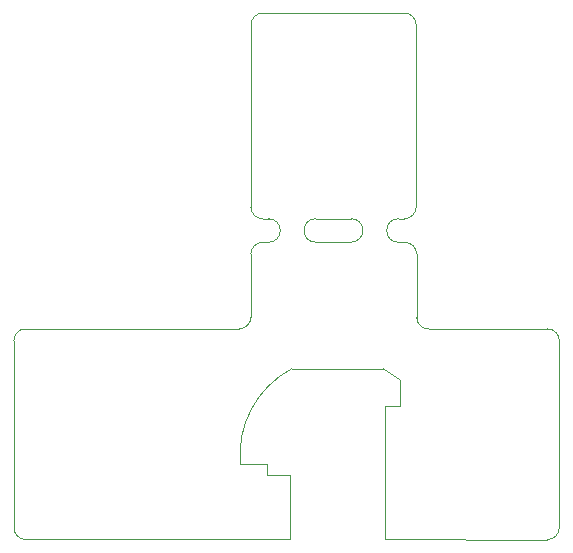
<source format=gm1>
%TF.GenerationSoftware,KiCad,Pcbnew,(6.0.6-0)*%
%TF.CreationDate,2022-07-01T09:40:15+02:00*%
%TF.ProjectId,leo_headphones,6c656f5f-6865-4616-9470-686f6e65732e,rev?*%
%TF.SameCoordinates,Original*%
%TF.FileFunction,Profile,NP*%
%FSLAX46Y46*%
G04 Gerber Fmt 4.6, Leading zero omitted, Abs format (unit mm)*
G04 Created by KiCad (PCBNEW (6.0.6-0)) date 2022-07-01 09:40:15*
%MOMM*%
%LPD*%
G01*
G04 APERTURE LIST*
%TA.AperFunction,Profile*%
%ADD10C,0.050000*%
%TD*%
G04 APERTURE END LIST*
D10*
X148229320Y-116301520D02*
X145965922Y-116296169D01*
X148229320Y-117236240D02*
X148229320Y-116301520D01*
X158242000Y-111328200D02*
X159435800Y-111328200D01*
X160889968Y-103870001D02*
G75*
G03*
X161890000Y-104835534I982832J17301D01*
G01*
X146852893Y-103822893D02*
X146849307Y-98492307D01*
X159350300Y-95501102D02*
G75*
G03*
X159350300Y-97501298I0J-1000098D01*
G01*
X159435800Y-111328200D02*
X159435799Y-109118401D01*
X152350300Y-97491449D02*
X155331972Y-97491200D01*
X148340000Y-97501050D02*
X147809991Y-97501050D01*
X147809989Y-97500995D02*
G75*
G03*
X146849307Y-98492307I31111J-991305D01*
G01*
X158242000Y-122660000D02*
X158242000Y-111328200D01*
X171962900Y-122662900D02*
G75*
G03*
X172962900Y-121662901I0J1000000D01*
G01*
X160847500Y-79091600D02*
G75*
G03*
X159847500Y-78091600I-1000000J0D01*
G01*
X126789930Y-121690140D02*
G75*
G03*
X127789936Y-122655674I982870J17340D01*
G01*
X148340000Y-97501090D02*
G75*
G03*
X148350300Y-95502860I10000J999090D01*
G01*
X127751103Y-104828950D02*
X145852893Y-104828950D01*
X159890000Y-97501200D02*
X159350300Y-97501298D01*
X171962900Y-122662901D02*
X158242000Y-122660000D01*
X148229320Y-117236240D02*
X150139400Y-117236240D01*
X147857500Y-78091600D02*
X159847500Y-78091600D01*
X150310000Y-108200000D02*
X158060000Y-108200000D01*
X150310001Y-108200000D02*
G75*
G03*
X145965922Y-116296169I3869999J-7290000D01*
G01*
X160890000Y-98501200D02*
X160890000Y-103870000D01*
X150139400Y-117236240D02*
X150139400Y-122651520D01*
X159435794Y-109118407D02*
G75*
G03*
X158060000Y-108200000I-5239894J-6359793D01*
G01*
X152350300Y-95491351D02*
X155337572Y-95491351D01*
X159844700Y-95501200D02*
G75*
G03*
X160844700Y-94501200I0J1000000D01*
G01*
X148350300Y-95502860D02*
X147855900Y-95502860D01*
X146855940Y-94537325D02*
G75*
G03*
X147855900Y-95502860I982760J17225D01*
G01*
X155331972Y-97491233D02*
G75*
G03*
X155337572Y-95491351I5628J999933D01*
G01*
X172962900Y-105827119D02*
X172962900Y-121662901D01*
X161890000Y-104835534D02*
X171962893Y-104827107D01*
X159844700Y-95501200D02*
X159350300Y-95501200D01*
X146857500Y-79091600D02*
X146855900Y-94537326D01*
X160890000Y-98501200D02*
G75*
G03*
X159890000Y-97501200I-1000000J0D01*
G01*
X147857500Y-78091600D02*
G75*
G03*
X146857500Y-79091600I0J-1000000D01*
G01*
X172962893Y-105827107D02*
G75*
G03*
X171962893Y-104827107I-999993J7D01*
G01*
X145852893Y-104828975D02*
G75*
G03*
X146852893Y-103822893I-6093J1006075D01*
G01*
X160847500Y-79091600D02*
X160844700Y-94501200D01*
X152350300Y-95491351D02*
G75*
G03*
X152350300Y-97491449I0J-1000049D01*
G01*
X126789936Y-121690140D02*
X126790425Y-105820210D01*
X127751103Y-104828925D02*
G75*
G03*
X126790425Y-105820210I15297J-975975D01*
G01*
X150139400Y-122651520D02*
X127789940Y-122655686D01*
M02*

</source>
